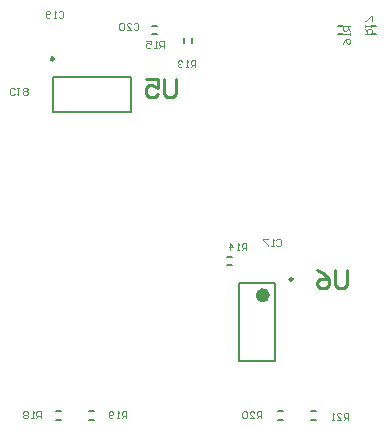
<source format=gbo>
%FSAX43Y43*%
%MOMM*%
G71*
G01*
G75*
G04 Layer_Color=32896*
%ADD10R,0.700X0.900*%
%ADD11R,0.900X0.700*%
%ADD12C,0.254*%
%ADD13C,0.500*%
%ADD14C,1.500*%
%ADD15R,1.500X1.500*%
%ADD16R,0.765X0.765*%
%ADD17C,0.765*%
%ADD18C,1.650*%
%ADD19R,1.650X1.650*%
%ADD20C,1.000*%
%ADD21R,1.400X1.100*%
%ADD22R,1.100X1.400*%
%ADD23R,0.700X2.500*%
%ADD24R,3.200X2.500*%
%ADD25O,2.000X0.350*%
%ADD26C,0.200*%
%ADD27C,0.203*%
%ADD28C,0.100*%
%ADD29C,0.178*%
%ADD30R,0.903X1.103*%
%ADD31R,1.103X0.903*%
%ADD32C,1.703*%
%ADD33R,1.703X1.703*%
%ADD34R,0.968X0.968*%
%ADD35C,0.968*%
%ADD36C,1.853*%
%ADD37R,1.853X1.853*%
%ADD38C,1.204*%
%ADD39C,1.203*%
%ADD40R,1.603X1.303*%
%ADD41R,1.303X1.603*%
%ADD42R,0.903X2.703*%
%ADD43R,3.403X2.703*%
%ADD44O,2.203X0.553*%
%ADD45C,0.250*%
%ADD46C,0.600*%
D12*
X0076581Y0074930D02*
Y0073660D01*
X0076327Y0073406D01*
X0075819D01*
X0075565Y0073660D01*
Y0074930D01*
X0074042D02*
X0075057D01*
Y0074168D01*
X0074550Y0074422D01*
X0074296D01*
X0074042Y0074168D01*
Y0073660D01*
X0074296Y0073406D01*
X0074804D01*
X0075057Y0073660D01*
X0091059Y0058801D02*
Y0057531D01*
X0090805Y0057277D01*
X0090297D01*
X0090043Y0057531D01*
Y0058801D01*
X0088520D02*
X0089028Y0058547D01*
X0089535Y0058039D01*
Y0057531D01*
X0089282Y0057277D01*
X0088774D01*
X0088520Y0057531D01*
Y0057785D01*
X0088774Y0058039D01*
X0089535D01*
D26*
X0088065Y0046832D02*
X0088465D01*
X0088065Y0046132D02*
X0088465D01*
X0085271D02*
X0085671D01*
X0085271Y0046832D02*
X0085671D01*
X0069233D02*
X0069633D01*
X0069233Y0046132D02*
X0069633D01*
X0066475D02*
X0066875D01*
X0066475Y0046832D02*
X0066875D01*
X0090351Y0079471D02*
X0090751D01*
X0090351Y0078771D02*
X0090751D01*
X0093145Y0078771D02*
X0093545D01*
X0093145Y0079471D02*
X0093545D01*
X0074603Y0079471D02*
X0075003D01*
X0074603Y0078771D02*
X0075003D01*
X0080953Y0059913D02*
X0081353D01*
X0080953Y0059213D02*
X0081353D01*
X0077947Y0078032D02*
Y0078432D01*
X0077247Y0078032D02*
Y0078432D01*
X0066169Y0072160D02*
X0072769D01*
X0066169D02*
Y0075160D01*
X0072769Y0072160D02*
Y0075160D01*
X0066169D02*
X0072769D01*
X0084939Y0051056D02*
Y0057656D01*
X0081939Y0051056D02*
Y0057656D01*
X0084939D01*
X0081939Y0051056D02*
X0084939D01*
D28*
X0091186Y0046101D02*
Y0046701D01*
X0090886D01*
X0090786Y0046601D01*
Y0046401D01*
X0090886Y0046301D01*
X0091186D01*
X0090986D02*
X0090786Y0046101D01*
X0090186D02*
X0090586D01*
X0090186Y0046501D01*
Y0046601D01*
X0090286Y0046701D01*
X0090486D01*
X0090586Y0046601D01*
X0089986Y0046101D02*
X0089786D01*
X0089886D01*
Y0046701D01*
X0089986Y0046601D01*
X0083820Y0046228D02*
Y0046828D01*
X0083520D01*
X0083420Y0046728D01*
Y0046528D01*
X0083520Y0046428D01*
X0083820D01*
X0083620D02*
X0083420Y0046228D01*
X0082820D02*
X0083220D01*
X0082820Y0046628D01*
Y0046728D01*
X0082920Y0046828D01*
X0083120D01*
X0083220Y0046728D01*
X0082620D02*
X0082520Y0046828D01*
X0082320D01*
X0082221Y0046728D01*
Y0046328D01*
X0082320Y0046228D01*
X0082520D01*
X0082620Y0046328D01*
Y0046728D01*
X0072390Y0046228D02*
Y0046828D01*
X0072090D01*
X0071990Y0046728D01*
Y0046528D01*
X0072090Y0046428D01*
X0072390D01*
X0072190D02*
X0071990Y0046228D01*
X0071790D02*
X0071590D01*
X0071690D01*
Y0046828D01*
X0071790Y0046728D01*
X0071290Y0046328D02*
X0071190Y0046228D01*
X0070990D01*
X0070890Y0046328D01*
Y0046728D01*
X0070990Y0046828D01*
X0071190D01*
X0071290Y0046728D01*
Y0046628D01*
X0071190Y0046528D01*
X0070890D01*
X0065151Y0046228D02*
Y0046828D01*
X0064851D01*
X0064751Y0046728D01*
Y0046528D01*
X0064851Y0046428D01*
X0065151D01*
X0064951D02*
X0064751Y0046228D01*
X0064551D02*
X0064351D01*
X0064451D01*
Y0046828D01*
X0064551Y0046728D01*
X0064051D02*
X0063951Y0046828D01*
X0063751D01*
X0063651Y0046728D01*
Y0046628D01*
X0063751Y0046528D01*
X0063651Y0046428D01*
Y0046328D01*
X0063751Y0046228D01*
X0063951D01*
X0064051Y0046328D01*
Y0046428D01*
X0063951Y0046528D01*
X0064051Y0046628D01*
Y0046728D01*
X0063951Y0046528D02*
X0063751D01*
X0092570Y0078778D02*
X0093170D01*
Y0079078D01*
X0093070Y0079178D01*
X0092870D01*
X0092770Y0079078D01*
Y0078778D01*
Y0078978D02*
X0092570Y0079178D01*
Y0079378D02*
Y0079578D01*
Y0079478D01*
X0093170D01*
X0093070Y0079378D01*
X0093170Y0079878D02*
Y0080278D01*
X0093070D01*
X0092670Y0079878D01*
X0092570D01*
X0091326Y0079464D02*
X0090726D01*
Y0079164D01*
X0090826Y0079064D01*
X0091026D01*
X0091126Y0079164D01*
Y0079464D01*
Y0079264D02*
X0091326Y0079064D01*
Y0078864D02*
Y0078664D01*
Y0078764D01*
X0090726D01*
X0090826Y0078864D01*
X0090726Y0077964D02*
X0090826Y0078164D01*
X0091026Y0078364D01*
X0091226D01*
X0091326Y0078264D01*
Y0078064D01*
X0091226Y0077964D01*
X0091126D01*
X0091026Y0078064D01*
Y0078364D01*
X0075565Y0077597D02*
Y0078197D01*
X0075265D01*
X0075165Y0078097D01*
Y0077897D01*
X0075265Y0077797D01*
X0075565D01*
X0075365D02*
X0075165Y0077597D01*
X0074965D02*
X0074765D01*
X0074865D01*
Y0078197D01*
X0074965Y0078097D01*
X0074065Y0078197D02*
X0074465D01*
Y0077897D01*
X0074265Y0077997D01*
X0074165D01*
X0074065Y0077897D01*
Y0077697D01*
X0074165Y0077597D01*
X0074365D01*
X0074465Y0077697D01*
X0082550Y0060452D02*
Y0061052D01*
X0082250D01*
X0082150Y0060952D01*
Y0060752D01*
X0082250Y0060652D01*
X0082550D01*
X0082350D02*
X0082150Y0060452D01*
X0081950D02*
X0081750D01*
X0081850D01*
Y0061052D01*
X0081950Y0060952D01*
X0081150Y0060452D02*
Y0061052D01*
X0081450Y0060752D01*
X0081050D01*
X0078232Y0075946D02*
Y0076546D01*
X0077932D01*
X0077832Y0076446D01*
Y0076246D01*
X0077932Y0076146D01*
X0078232D01*
X0078032D02*
X0077832Y0075946D01*
X0077632D02*
X0077432D01*
X0077532D01*
Y0076546D01*
X0077632Y0076446D01*
X0077132D02*
X0077032Y0076546D01*
X0076832D01*
X0076732Y0076446D01*
Y0076346D01*
X0076832Y0076246D01*
X0076932D01*
X0076832D01*
X0076732Y0076146D01*
Y0076046D01*
X0076832Y0075946D01*
X0077032D01*
X0077132Y0076046D01*
X0073006Y0079621D02*
X0073106Y0079721D01*
X0073306D01*
X0073406Y0079621D01*
Y0079221D01*
X0073306Y0079121D01*
X0073106D01*
X0073006Y0079221D01*
X0072406Y0079121D02*
X0072806D01*
X0072406Y0079521D01*
Y0079621D01*
X0072506Y0079721D01*
X0072706D01*
X0072806Y0079621D01*
X0072206D02*
X0072106Y0079721D01*
X0071906D01*
X0071807Y0079621D01*
Y0079221D01*
X0071906Y0079121D01*
X0072106D01*
X0072206Y0079221D01*
Y0079621D01*
X0066656Y0080637D02*
X0066756Y0080737D01*
X0066956D01*
X0067056Y0080637D01*
Y0080237D01*
X0066956Y0080137D01*
X0066756D01*
X0066656Y0080237D01*
X0066456Y0080137D02*
X0066256D01*
X0066356D01*
Y0080737D01*
X0066456Y0080637D01*
X0065956Y0080237D02*
X0065856Y0080137D01*
X0065656D01*
X0065556Y0080237D01*
Y0080637D01*
X0065656Y0080737D01*
X0065856D01*
X0065956Y0080637D01*
Y0080537D01*
X0065856Y0080437D01*
X0065556D01*
X0062922Y0073732D02*
X0062822Y0073632D01*
X0062622D01*
X0062522Y0073732D01*
Y0074132D01*
X0062622Y0074231D01*
X0062822D01*
X0062922Y0074132D01*
X0063122Y0074231D02*
X0063322D01*
X0063222D01*
Y0073632D01*
X0063122Y0073732D01*
X0063622D02*
X0063722Y0073632D01*
X0063922D01*
X0064022Y0073732D01*
Y0073832D01*
X0063922Y0073932D01*
X0064022Y0074032D01*
Y0074132D01*
X0063922Y0074231D01*
X0063722D01*
X0063622Y0074132D01*
Y0074032D01*
X0063722Y0073932D01*
X0063622Y0073832D01*
Y0073732D01*
X0063722Y0073932D02*
X0063922D01*
X0085071Y0061333D02*
X0085171Y0061433D01*
X0085371D01*
X0085471Y0061333D01*
Y0060933D01*
X0085371Y0060833D01*
X0085171D01*
X0085071Y0060933D01*
X0084871Y0060833D02*
X0084671D01*
X0084771D01*
Y0061433D01*
X0084871Y0061333D01*
X0084371Y0061433D02*
X0083971D01*
Y0061333D01*
X0084371Y0060933D01*
Y0060833D01*
D45*
X0066254Y0076660D02*
G03*
X0066254Y0076660I-0000125J0000000D01*
G01*
X0086464Y0058006D02*
G03*
X0086464Y0058006I-0000125J0000000D01*
G01*
D46*
X0084239Y0056656D02*
G03*
X0084239Y0056656I-0000300J0000000D01*
G01*
M02*

</source>
